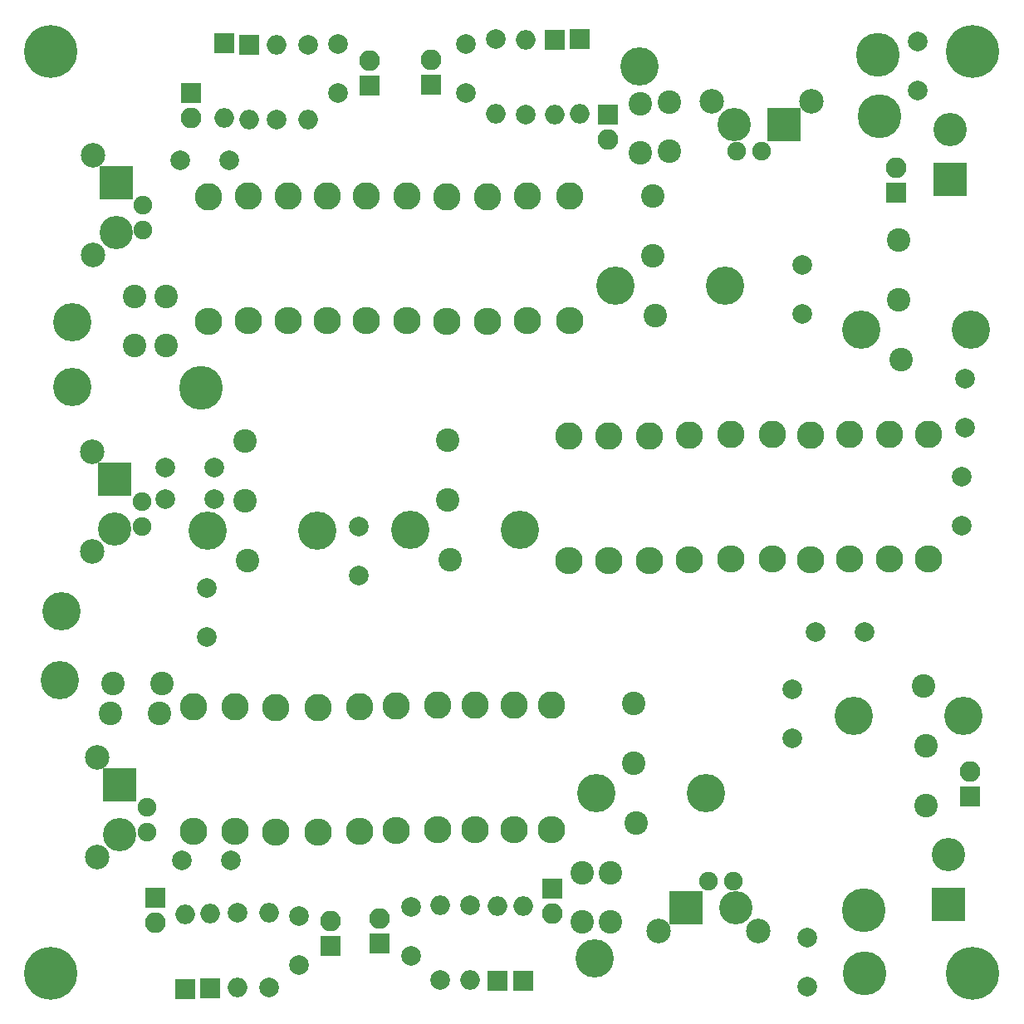
<source format=gbr>
G04 #@! TF.FileFunction,Soldermask,Top*
%FSLAX46Y46*%
G04 Gerber Fmt 4.6, Leading zero omitted, Abs format (unit mm)*
G04 Created by KiCad (PCBNEW 4.0.7) date 03/25/19 16:13:42*
%MOMM*%
%LPD*%
G01*
G04 APERTURE LIST*
%ADD10C,0.100000*%
%ADD11C,2.000000*%
%ADD12O,2.000000X2.000000*%
%ADD13R,2.000000X2.000000*%
%ADD14C,1.900000*%
%ADD15C,2.500000*%
%ADD16R,3.400000X3.400000*%
%ADD17C,3.400000*%
%ADD18C,2.400000*%
%ADD19C,3.900000*%
%ADD20C,5.400000*%
%ADD21R,2.100000X2.100000*%
%ADD22O,2.100000X2.100000*%
%ADD23C,2.800000*%
%ADD24O,2.800000X2.800000*%
%ADD25C,4.464000*%
G04 APERTURE END LIST*
D10*
D11*
X66040000Y-49974500D03*
D12*
X66040000Y-42354500D03*
D13*
X91135200Y-137769600D03*
D12*
X91135200Y-130149600D03*
D14*
X115443000Y-53223200D03*
X112903000Y-53223200D03*
D15*
X110363000Y-48143200D03*
X120523000Y-48143200D03*
D16*
X117729000Y-50495200D03*
D17*
X112649000Y-50495200D03*
D18*
X104648000Y-70002400D03*
X104394000Y-63906400D03*
X104394000Y-57810400D03*
D19*
X100584000Y-66954400D03*
X111760000Y-66954400D03*
D20*
X43000000Y-43000000D03*
X137000000Y-43000000D03*
X43000000Y-137000000D03*
X137000000Y-137000000D03*
D11*
X68275200Y-131140200D03*
X68275200Y-136140200D03*
X79705200Y-130266440D03*
X79705200Y-135266440D03*
X62026800Y-130873500D03*
D12*
X62026800Y-138493500D03*
D11*
X65227200Y-138493500D03*
D12*
X65227200Y-130873500D03*
D13*
X56654700Y-138607800D03*
D12*
X56654700Y-130987800D03*
D18*
X102666800Y-121666000D03*
X102412800Y-115570000D03*
X102412800Y-109474000D03*
D19*
X98602800Y-118618000D03*
X109778800Y-118618000D03*
D18*
X129667000Y-74422000D03*
X129413000Y-68326000D03*
X129413000Y-62230000D03*
D19*
X125603000Y-71374000D03*
X136779000Y-71374000D03*
D18*
X131953000Y-107696000D03*
X132207000Y-113792000D03*
X132207000Y-119888000D03*
D19*
X136017000Y-110744000D03*
X124841000Y-110744000D03*
D18*
X83693000Y-94869000D03*
X83439000Y-88773000D03*
X83439000Y-82677000D03*
D19*
X79629000Y-91821000D03*
X90805000Y-91821000D03*
D18*
X63017400Y-94945200D03*
X62763400Y-88849200D03*
X62763400Y-82753200D03*
D19*
X58953400Y-91897200D03*
X70129400Y-91897200D03*
D11*
X85344000Y-47244000D03*
X85344000Y-42244000D03*
D21*
X81724500Y-46418500D03*
D22*
X81724500Y-43878500D03*
D21*
X75501500Y-46545500D03*
D22*
X75501500Y-44005500D03*
D11*
X88392000Y-41808400D03*
D12*
X88392000Y-49428400D03*
D11*
X69215000Y-42354500D03*
D12*
X69215000Y-49974500D03*
D11*
X91440000Y-49479200D03*
D12*
X91440000Y-41859200D03*
D13*
X96875600Y-41808400D03*
D12*
X96875600Y-49428400D03*
D13*
X60642500Y-42227500D03*
D12*
X60642500Y-49847500D03*
D13*
X94335600Y-41859200D03*
D12*
X94335600Y-49479200D03*
D13*
X63246000Y-42354500D03*
D12*
X63246000Y-49974500D03*
D13*
X59245500Y-138569700D03*
D12*
X59245500Y-130949700D03*
D13*
X88544400Y-137769600D03*
D12*
X88544400Y-130149600D03*
D21*
X53644800Y-129311400D03*
D22*
X53644800Y-131851400D03*
D21*
X71551800Y-134226300D03*
D22*
X71551800Y-131686300D03*
D21*
X76542900Y-133959600D03*
D22*
X76542900Y-131419600D03*
D11*
X85765640Y-130073400D03*
D12*
X85765640Y-137693400D03*
D11*
X82677000Y-137734040D03*
D12*
X82677000Y-130114040D03*
D21*
X57277000Y-47294800D03*
D22*
X57277000Y-49834800D03*
D23*
X94043500Y-109639100D03*
D24*
X94043500Y-122339100D03*
D23*
X90195400Y-109689900D03*
D24*
X90195400Y-122389900D03*
D23*
X86283800Y-109689900D03*
D24*
X86283800Y-122389900D03*
D23*
X82423000Y-109689900D03*
D24*
X82423000Y-122389900D03*
D23*
X57556400Y-109804200D03*
D24*
X57556400Y-122504200D03*
D23*
X78232000Y-109753400D03*
D24*
X78232000Y-122453400D03*
D23*
X74434700Y-109855000D03*
D24*
X74434700Y-122555000D03*
D23*
X70243700Y-109918500D03*
D24*
X70243700Y-122618500D03*
D23*
X61747400Y-109855000D03*
D24*
X61747400Y-122555000D03*
D23*
X65938400Y-109918500D03*
D24*
X65938400Y-122618500D03*
D23*
X95834200Y-82199480D03*
D24*
X95834200Y-94899480D03*
D23*
X99913440Y-82255360D03*
D24*
X99913440Y-94955360D03*
D23*
X103992680Y-82199480D03*
D24*
X103992680Y-94899480D03*
D23*
X108127800Y-82143600D03*
D24*
X108127800Y-94843600D03*
D23*
X112280700Y-82054700D03*
D24*
X112280700Y-94754700D03*
D23*
X116547900Y-82054700D03*
D24*
X116547900Y-94754700D03*
D23*
X120459500Y-82143600D03*
D24*
X120459500Y-94843600D03*
D23*
X124460000Y-82054700D03*
D24*
X124460000Y-94754700D03*
D23*
X128460500Y-82054700D03*
D24*
X128460500Y-94754700D03*
D23*
X132461000Y-82054700D03*
D24*
X132461000Y-94754700D03*
D23*
X95923100Y-57785000D03*
D24*
X95923100Y-70485000D03*
D23*
X91554300Y-57759600D03*
D24*
X91554300Y-70459600D03*
D23*
X87553800Y-57835800D03*
D24*
X87553800Y-70535800D03*
D23*
X83400900Y-57873900D03*
D24*
X83400900Y-70573900D03*
D23*
X79298800Y-57785000D03*
D24*
X79298800Y-70485000D03*
D23*
X75120500Y-57785000D03*
D24*
X75120500Y-70485000D03*
D23*
X71208900Y-57785000D03*
D24*
X71208900Y-70485000D03*
D23*
X67208400Y-57785000D03*
D24*
X67208400Y-70485000D03*
D23*
X63119000Y-57785000D03*
D24*
X63119000Y-70485000D03*
D23*
X59029600Y-57873900D03*
D24*
X59029600Y-70573900D03*
D21*
X129159000Y-57404000D03*
D22*
X129159000Y-54864000D03*
D21*
X99771200Y-49479200D03*
D22*
X99771200Y-52019200D03*
D21*
X94101920Y-128356360D03*
D22*
X94101920Y-130896360D03*
D21*
X136715500Y-118999000D03*
D22*
X136715500Y-116459000D03*
D11*
X125984000Y-102235000D03*
X120984000Y-102235000D03*
X136207500Y-81407000D03*
X136207500Y-76407000D03*
X58864500Y-97726500D03*
X58864500Y-102726500D03*
X74422000Y-91440000D03*
X74422000Y-96440000D03*
X118618000Y-113030000D03*
X118618000Y-108030000D03*
X119634000Y-64770000D03*
X119634000Y-69770000D03*
X135890000Y-86360000D03*
X135890000Y-91360000D03*
X56388000Y-125476000D03*
X61388000Y-125476000D03*
X61214000Y-54102000D03*
X56214000Y-54102000D03*
D18*
X54711600Y-68046600D03*
X54711600Y-73046600D03*
D19*
X102984300Y-44577000D03*
X45212000Y-77266800D03*
X43942000Y-107124500D03*
X44107100Y-100139500D03*
D18*
X100081080Y-131739640D03*
X100081080Y-126739640D03*
X106032300Y-48234600D03*
X106032300Y-53234600D03*
X49085500Y-110553500D03*
X54085500Y-110553500D03*
D19*
X98414840Y-135483600D03*
X45161200Y-70662800D03*
D14*
X52258000Y-88900000D03*
X52258000Y-91440000D03*
D15*
X47178000Y-93980000D03*
X47178000Y-83820000D03*
D16*
X49530000Y-86614000D03*
D17*
X49530000Y-91694000D03*
D14*
X52385000Y-58674000D03*
X52385000Y-61214000D03*
D15*
X47305000Y-63754000D03*
X47305000Y-53594000D03*
D16*
X49657000Y-56388000D03*
D17*
X49657000Y-61468000D03*
D14*
X52766000Y-120065800D03*
X52766000Y-122605800D03*
D15*
X47686000Y-125145800D03*
X47686000Y-114985800D03*
D16*
X50038000Y-117779800D03*
D17*
X50038000Y-122859800D03*
D14*
X110000000Y-127620000D03*
X112540000Y-127620000D03*
D15*
X115080000Y-132700000D03*
X104920000Y-132700000D03*
D16*
X107714000Y-130348000D03*
D17*
X112794000Y-130348000D03*
D25*
X125907800Y-130581400D03*
X125958600Y-137007600D03*
X127457200Y-49631600D03*
X127317500Y-43370500D03*
D16*
X134493000Y-129984500D03*
D17*
X134493000Y-124904500D03*
D16*
X134683500Y-56070500D03*
D17*
X134683500Y-50990500D03*
D11*
X120142000Y-133350000D03*
X120142000Y-138350000D03*
X131381500Y-42037000D03*
X131381500Y-47037000D03*
X72263000Y-47307500D03*
X72263000Y-42307500D03*
D18*
X103073200Y-48412400D03*
X103073200Y-53412400D03*
X51536600Y-68046600D03*
X51536600Y-73046600D03*
X97149920Y-131765040D03*
X97149920Y-126765040D03*
X49364900Y-107454700D03*
X54364900Y-107454700D03*
D11*
X59690000Y-85471000D03*
X54690000Y-85471000D03*
X59690000Y-88646000D03*
X54690000Y-88646000D03*
D25*
X58293000Y-77343000D03*
M02*

</source>
